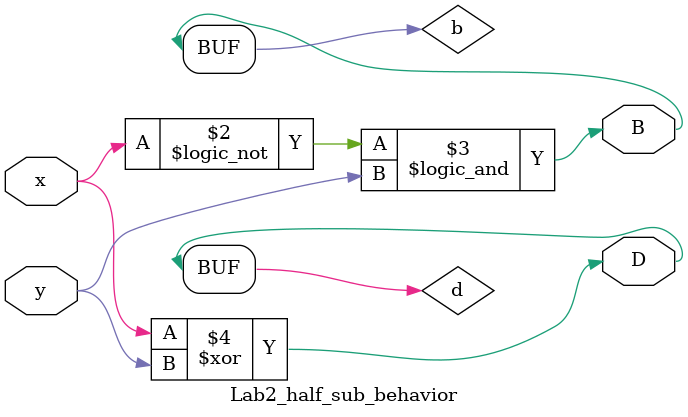
<source format=v>
module Lab2_half_sub_behavior(output D, B, input x, y);
	reg d, b;
	always @ (x or y) begin
		b <= !x && y;
		d <= x ^ y;
	end
	assign B = b;
	assign D = d;
endmodule
</source>
